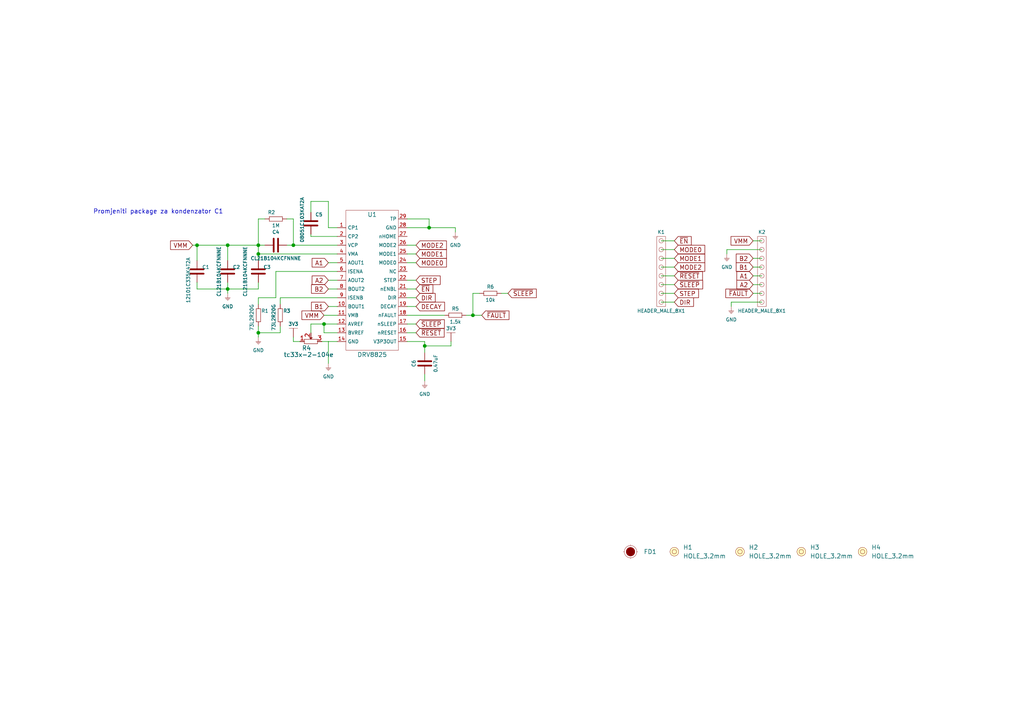
<source format=kicad_sch>
(kicad_sch (version 20210126) (generator eeschema)

  (paper "A4")

  (lib_symbols
    (symbol "e-radionica.com schematics:0603C" (pin_numbers hide) (pin_names (offset 0.002)) (in_bom yes) (on_board yes)
      (property "Reference" "C" (id 0) (at -0.635 3.175 0)
        (effects (font (size 1 1)))
      )
      (property "Value" "0603C" (id 1) (at 0 -3.175 0)
        (effects (font (size 1 1)))
      )
      (property "Footprint" "e-radionica.com footprinti:0603C" (id 2) (at 0 0 0)
        (effects (font (size 1 1)) hide)
      )
      (property "Datasheet" "" (id 3) (at 0 0 0)
        (effects (font (size 1 1)) hide)
      )
      (symbol "0603C_0_1"
        (polyline
          (pts
            (xy -0.635 1.905)
            (xy -0.635 -1.905)
          )
          (stroke (width 0.5)) (fill (type none))
        )
        (polyline
          (pts
            (xy 0.635 1.905)
            (xy 0.635 -1.905)
          )
          (stroke (width 0.5)) (fill (type none))
        )
      )
      (symbol "0603C_1_1"
        (pin passive line (at 3.175 0 180) (length 2.54)
          (name "~" (effects (font (size 1.27 1.27))))
          (number "2" (effects (font (size 1.27 1.27))))
        )
        (pin passive line (at -3.175 0 0) (length 2.54)
          (name "~" (effects (font (size 1.27 1.27))))
          (number "1" (effects (font (size 1.27 1.27))))
        )
      )
    )
    (symbol "e-radionica.com schematics:0603R" (pin_numbers hide) (pin_names (offset 0.254)) (in_bom yes) (on_board yes)
      (property "Reference" "R" (id 0) (at -1.905 1.905 0)
        (effects (font (size 1 1)))
      )
      (property "Value" "0603R" (id 1) (at 0 -1.905 0)
        (effects (font (size 1 1)))
      )
      (property "Footprint" "e-radionica.com footprinti:0603R" (id 2) (at -0.635 1.905 0)
        (effects (font (size 1 1)) hide)
      )
      (property "Datasheet" "" (id 3) (at -0.635 1.905 0)
        (effects (font (size 1 1)) hide)
      )
      (symbol "0603R_0_1"
        (rectangle (start -1.905 0.635) (end -1.8796 -0.635)
          (stroke (width 0.1)) (fill (type none))
        )
        (rectangle (start -1.905 0.635) (end 1.905 0.6096)
          (stroke (width 0.1)) (fill (type none))
        )
        (rectangle (start -1.905 -0.635) (end 1.905 -0.6604)
          (stroke (width 0.1)) (fill (type none))
        )
        (rectangle (start 1.905 0.635) (end 1.9304 -0.635)
          (stroke (width 0.1)) (fill (type none))
        )
      )
      (symbol "0603R_1_1"
        (pin passive line (at -3.175 0 0) (length 1.27)
          (name "~" (effects (font (size 1.27 1.27))))
          (number "1" (effects (font (size 1.27 1.27))))
        )
        (pin passive line (at 3.175 0 180) (length 1.27)
          (name "~" (effects (font (size 1.27 1.27))))
          (number "2" (effects (font (size 1.27 1.27))))
        )
      )
    )
    (symbol "e-radionica.com schematics:0805C" (pin_numbers hide) (in_bom yes) (on_board yes)
      (property "Reference" "C" (id 0) (at -0.635 3.175 0)
        (effects (font (size 1 1)))
      )
      (property "Value" "0805C" (id 1) (at 0 -3.175 0)
        (effects (font (size 1 1)))
      )
      (property "Footprint" "e-radionica.com footprinti:0805C" (id 2) (at 0 0 0)
        (effects (font (size 1 1)) hide)
      )
      (property "Datasheet" "" (id 3) (at 0 0 0)
        (effects (font (size 1 1)) hide)
      )
      (symbol "0805C_0_1"
        (polyline
          (pts
            (xy -0.635 1.905)
            (xy -0.635 -1.905)
          )
          (stroke (width 0.5)) (fill (type none))
        )
        (polyline
          (pts
            (xy 0.635 1.905)
            (xy 0.635 -1.905)
          )
          (stroke (width 0.5)) (fill (type none))
        )
      )
      (symbol "0805C_1_1"
        (pin passive line (at 3.175 0 180) (length 2.54)
          (name "~" (effects (font (size 1.27 1.27))))
          (number "2" (effects (font (size 1.27 1.27))))
        )
        (pin passive line (at -3.175 0 0) (length 2.54)
          (name "~" (effects (font (size 1.27 1.27))))
          (number "1" (effects (font (size 1.27 1.27))))
        )
      )
    )
    (symbol "e-radionica.com schematics:3V3" (power) (pin_names (offset 0)) (in_bom yes) (on_board yes)
      (property "Reference" "#PWR" (id 0) (at 4.445 0 0)
        (effects (font (size 1 1)) hide)
      )
      (property "Value" "3V3" (id 1) (at 0 3.556 0)
        (effects (font (size 1 1)))
      )
      (property "Footprint" "" (id 2) (at 4.445 3.81 0)
        (effects (font (size 1 1)) hide)
      )
      (property "Datasheet" "" (id 3) (at 4.445 3.81 0)
        (effects (font (size 1 1)) hide)
      )
      (property "ki_keywords" "power-flag" (id 4) (at 0 0 0)
        (effects (font (size 1.27 1.27)) hide)
      )
      (property "ki_description" "Power symbol creates a global label with name \"+3V3\"" (id 5) (at 0 0 0)
        (effects (font (size 1.27 1.27)) hide)
      )
      (symbol "3V3_0_1"
        (polyline
          (pts
            (xy 0 0)
            (xy 0 2.54)
          )
          (stroke (width 0)) (fill (type none))
        )
        (polyline
          (pts
            (xy -1.27 2.54)
            (xy 1.27 2.54)
          )
          (stroke (width 0.0006)) (fill (type none))
        )
      )
      (symbol "3V3_1_1"
        (pin power_in line (at 0 0 90) (length 0) hide
          (name "3V3" (effects (font (size 1.27 1.27))))
          (number "1" (effects (font (size 1.27 1.27))))
        )
      )
    )
    (symbol "e-radionica.com schematics:DRV8825" (in_bom yes) (on_board yes)
      (property "Reference" "U" (id 0) (at 0 22.86 0)
        (effects (font (size 1.27 1.27)))
      )
      (property "Value" "DRV8825" (id 1) (at 0 -20.32 0)
        (effects (font (size 1.27 1.27)))
      )
      (property "Footprint" "e-radionica.com footprinti:DRV8825" (id 2) (at 0 0 0)
        (effects (font (size 1.27 1.27)) hide)
      )
      (property "Datasheet" "" (id 3) (at -3.81 10.16 0)
        (effects (font (size 1.27 1.27)) hide)
      )
      (symbol "DRV8825_0_1"
        (rectangle (start -7.62 21.59) (end 7.62 -19.05)
          (stroke (width 0.0006)) (fill (type none))
        )
      )
      (symbol "DRV8825_1_1"
        (pin passive line (at -10.16 16.51 0) (length 2.54)
          (name "CP1" (effects (font (size 1 1))))
          (number "1" (effects (font (size 1 1))))
        )
        (pin passive line (at -10.16 13.97 0) (length 2.54)
          (name "CP2" (effects (font (size 1 1))))
          (number "2" (effects (font (size 1 1))))
        )
        (pin passive line (at -10.16 11.43 0) (length 2.54)
          (name "VCP" (effects (font (size 1 1))))
          (number "3" (effects (font (size 1 1))))
        )
        (pin passive line (at -10.16 8.89 0) (length 2.54)
          (name "VMA" (effects (font (size 1 1))))
          (number "4" (effects (font (size 1 1))))
        )
        (pin passive line (at -10.16 6.35 0) (length 2.54)
          (name "AOUT1" (effects (font (size 1 1))))
          (number "5" (effects (font (size 1 1))))
        )
        (pin passive line (at -10.16 3.81 0) (length 2.54)
          (name "ISENA" (effects (font (size 1 1))))
          (number "6" (effects (font (size 1 1))))
        )
        (pin passive line (at -10.16 1.27 0) (length 2.54)
          (name "AOUT2" (effects (font (size 1 1))))
          (number "7" (effects (font (size 1 1))))
        )
        (pin passive line (at -10.16 -1.27 0) (length 2.54)
          (name "BOUT2" (effects (font (size 1 1))))
          (number "8" (effects (font (size 1 1))))
        )
        (pin passive line (at -10.16 -3.81 0) (length 2.54)
          (name "ISENB" (effects (font (size 1 1))))
          (number "9" (effects (font (size 1 1))))
        )
        (pin passive line (at -10.16 -6.35 0) (length 2.54)
          (name "BOUT1" (effects (font (size 1 1))))
          (number "10" (effects (font (size 1 1))))
        )
        (pin passive line (at -10.16 -8.89 0) (length 2.54)
          (name "VMB" (effects (font (size 1 1))))
          (number "11" (effects (font (size 1 1))))
        )
        (pin passive line (at -10.16 -11.43 0) (length 2.54)
          (name "AVREF" (effects (font (size 1 1))))
          (number "12" (effects (font (size 1 1))))
        )
        (pin passive line (at -10.16 -16.51 0) (length 2.54)
          (name "GND" (effects (font (size 1 1))))
          (number "14" (effects (font (size 1 1))))
        )
        (pin passive line (at 10.16 -16.51 180) (length 2.54)
          (name "V3P3OUT" (effects (font (size 1 1))))
          (number "15" (effects (font (size 1 1))))
        )
        (pin passive line (at 10.16 -13.97 180) (length 2.54)
          (name "nRESET" (effects (font (size 1 1))))
          (number "16" (effects (font (size 1 1))))
        )
        (pin passive line (at 10.16 -11.43 180) (length 2.54)
          (name "nSLEEP" (effects (font (size 1 1))))
          (number "17" (effects (font (size 1 1))))
        )
        (pin passive line (at 10.16 -8.89 180) (length 2.54)
          (name "nFAULT" (effects (font (size 1 1))))
          (number "18" (effects (font (size 1 1))))
        )
        (pin passive line (at 10.16 -6.35 180) (length 2.54)
          (name "DECAY" (effects (font (size 1 1))))
          (number "19" (effects (font (size 1 1))))
        )
        (pin passive line (at 10.16 -3.81 180) (length 2.54)
          (name "DIR" (effects (font (size 1 1))))
          (number "20" (effects (font (size 1 1))))
        )
        (pin passive line (at 10.16 -1.27 180) (length 2.54)
          (name "nENBL" (effects (font (size 1 1))))
          (number "21" (effects (font (size 1 1))))
        )
        (pin passive line (at 10.16 1.27 180) (length 2.54)
          (name "STEP" (effects (font (size 1 1))))
          (number "22" (effects (font (size 1 1))))
        )
        (pin passive line (at 10.16 3.81 180) (length 2.54)
          (name "NC" (effects (font (size 1 1))))
          (number "23" (effects (font (size 1 1))))
        )
        (pin passive line (at 10.16 6.35 180) (length 2.54)
          (name "MODE0" (effects (font (size 1 1))))
          (number "24" (effects (font (size 1 1))))
        )
        (pin passive line (at 10.16 8.89 180) (length 2.54)
          (name "MODE1" (effects (font (size 1 1))))
          (number "25" (effects (font (size 1 1))))
        )
        (pin passive line (at 10.16 11.43 180) (length 2.54)
          (name "MODE2" (effects (font (size 1 1))))
          (number "26" (effects (font (size 1 1))))
        )
        (pin passive line (at 10.16 13.97 180) (length 2.54)
          (name "nHOME" (effects (font (size 1 1))))
          (number "27" (effects (font (size 1 1))))
        )
        (pin passive line (at -10.16 -13.97 0) (length 2.54)
          (name "BVREF" (effects (font (size 1 1))))
          (number "13" (effects (font (size 1 1))))
        )
        (pin passive line (at 10.16 16.51 180) (length 2.54)
          (name "GND" (effects (font (size 1 1))))
          (number "28" (effects (font (size 1 1))))
        )
        (pin passive line (at 10.16 19.05 180) (length 2.54)
          (name "TP" (effects (font (size 1 1))))
          (number "29" (effects (font (size 1 1))))
        )
      )
    )
    (symbol "e-radionica.com schematics:Fiducial_Stencil" (pin_numbers hide) (pin_names hide) (in_bom yes) (on_board yes)
      (property "Reference" "FD?" (id 0) (at 0 3.048 0)
        (effects (font (size 1.27 1.27)))
      )
      (property "Value" "Fiducial_Stencil" (id 1) (at 0 -2.794 0)
        (effects (font (size 1.27 1.27)) hide)
      )
      (property "Footprint" "e-radionica.com footprinti:FIDUCIAL_1MM_PASTE" (id 2) (at 0 -6.35 0)
        (effects (font (size 1.27 1.27)) hide)
      )
      (property "Datasheet" "" (id 3) (at 0 0 0)
        (effects (font (size 1.27 1.27)) hide)
      )
      (symbol "Fiducial_Stencil_0_1"
        (circle (center 0 0) (radius 1.7961) (stroke (width 0.0006)) (fill (type none)))
        (circle (center 0 0) (radius 1.27) (stroke (width 0.001)) (fill (type outline)))
        (polyline
          (pts
            (xy 1.778 0)
            (xy 2.032 0)
          )
          (stroke (width 0.0006)) (fill (type none))
        )
        (polyline
          (pts
            (xy 0 1.778)
            (xy 0 2.032)
          )
          (stroke (width 0.0006)) (fill (type none))
        )
        (polyline
          (pts
            (xy -1.778 0)
            (xy -2.032 0)
          )
          (stroke (width 0.0006)) (fill (type none))
        )
        (polyline
          (pts
            (xy 0 -1.778)
            (xy 0 -2.032)
          )
          (stroke (width 0.0006)) (fill (type none))
        )
      )
    )
    (symbol "e-radionica.com schematics:GND" (power) (pin_names (offset 0)) (in_bom yes) (on_board yes)
      (property "Reference" "#PWR" (id 0) (at 4.445 0 0)
        (effects (font (size 1 1)) hide)
      )
      (property "Value" "GND" (id 1) (at 0 -2.921 0)
        (effects (font (size 1 1)))
      )
      (property "Footprint" "" (id 2) (at 4.445 3.81 0)
        (effects (font (size 1 1)) hide)
      )
      (property "Datasheet" "" (id 3) (at 4.445 3.81 0)
        (effects (font (size 1 1)) hide)
      )
      (property "ki_keywords" "power-flag" (id 4) (at 0 0 0)
        (effects (font (size 1.27 1.27)) hide)
      )
      (property "ki_description" "Power symbol creates a global label with name \"+3V3\"" (id 5) (at 0 0 0)
        (effects (font (size 1.27 1.27)) hide)
      )
      (symbol "GND_0_1"
        (polyline
          (pts
            (xy 0 0)
            (xy 0 -1.27)
          )
          (stroke (width 0.0006)) (fill (type none))
        )
        (polyline
          (pts
            (xy -0.762 -1.27)
            (xy 0.762 -1.27)
          )
          (stroke (width 0.0006)) (fill (type none))
        )
        (polyline
          (pts
            (xy -0.381 -1.778)
            (xy 0.381 -1.778)
          )
          (stroke (width 0.0006)) (fill (type none))
        )
        (polyline
          (pts
            (xy -0.127 -2.032)
            (xy 0.127 -2.032)
          )
          (stroke (width 0.0006)) (fill (type none))
        )
        (polyline
          (pts
            (xy -0.635 -1.524)
            (xy 0.635 -1.524)
          )
          (stroke (width 0.0006)) (fill (type none))
        )
      )
      (symbol "GND_1_1"
        (pin power_in line (at 0 0 270) (length 0) hide
          (name "GND" (effects (font (size 1.27 1.27))))
          (number "1" (effects (font (size 1.27 1.27))))
        )
      )
    )
    (symbol "e-radionica.com schematics:HEADER_MALE_8X1" (pin_numbers hide) (pin_names hide) (in_bom yes) (on_board yes)
      (property "Reference" "K" (id 0) (at -0.635 12.7 0)
        (effects (font (size 1 1)))
      )
      (property "Value" "HEADER_MALE_8X1" (id 1) (at 0.635 -10.16 0)
        (effects (font (size 1 1)))
      )
      (property "Footprint" "e-radionica.com footprinti:HEADER_MALE_8X1" (id 2) (at 0 0 0)
        (effects (font (size 1 1)) hide)
      )
      (property "Datasheet" "" (id 3) (at 0 0 0)
        (effects (font (size 1 1)) hide)
      )
      (symbol "HEADER_MALE_8X1_0_1"
        (circle (center 0 -7.62) (radius 0.635) (stroke (width 0.0006)) (fill (type none)))
        (circle (center 0 -5.08) (radius 0.635) (stroke (width 0.0006)) (fill (type none)))
        (circle (center 0 -2.54) (radius 0.635) (stroke (width 0.0006)) (fill (type none)))
        (circle (center 0 0) (radius 0.635) (stroke (width 0.0006)) (fill (type none)))
        (circle (center 0 2.54) (radius 0.635) (stroke (width 0.0006)) (fill (type none)))
        (circle (center 0 5.08) (radius 0.635) (stroke (width 0.0006)) (fill (type none)))
        (circle (center 0 7.62) (radius 0.635) (stroke (width 0.0006)) (fill (type none)))
        (circle (center 0 10.16) (radius 0.635) (stroke (width 0.0006)) (fill (type none)))
        (rectangle (start 1.27 -8.89) (end -1.27 11.43)
          (stroke (width 0.0006)) (fill (type none))
        )
      )
      (symbol "HEADER_MALE_8X1_1_1"
        (pin passive line (at 0 -7.62 180) (length 0)
          (name "~" (effects (font (size 0.991 0.991))))
          (number "1" (effects (font (size 0.991 0.991))))
        )
        (pin passive line (at 0 -5.08 180) (length 0)
          (name "~" (effects (font (size 0.991 0.991))))
          (number "2" (effects (font (size 0.991 0.991))))
        )
        (pin passive line (at 0 -2.54 180) (length 0)
          (name "~" (effects (font (size 0.991 0.991))))
          (number "3" (effects (font (size 0.991 0.991))))
        )
        (pin passive line (at 0 0 180) (length 0)
          (name "~" (effects (font (size 0.991 0.991))))
          (number "4" (effects (font (size 0.991 0.991))))
        )
        (pin passive line (at 0 2.54 180) (length 0)
          (name "~" (effects (font (size 0.991 0.991))))
          (number "5" (effects (font (size 0.991 0.991))))
        )
        (pin passive line (at 0 5.08 180) (length 0)
          (name "~" (effects (font (size 0.991 0.991))))
          (number "6" (effects (font (size 0.991 0.991))))
        )
        (pin passive line (at 0 7.62 180) (length 0)
          (name "~" (effects (font (size 0.991 0.991))))
          (number "7" (effects (font (size 0.991 0.991))))
        )
        (pin passive line (at 0 10.16 180) (length 0)
          (name "~" (effects (font (size 0.991 0.991))))
          (number "8" (effects (font (size 0.991 0.991))))
        )
      )
    )
    (symbol "e-radionica.com schematics:HOLE_3.2mm" (pin_numbers hide) (pin_names hide) (in_bom yes) (on_board yes)
      (property "Reference" "H" (id 0) (at 0 2.54 0)
        (effects (font (size 1.27 1.27)))
      )
      (property "Value" "HOLE_3.2mm" (id 1) (at 0 -2.54 0)
        (effects (font (size 1.27 1.27)))
      )
      (property "Footprint" "e-radionica.com footprinti:HOLE_3.2mm" (id 2) (at 0 0 0)
        (effects (font (size 1.27 1.27)) hide)
      )
      (property "Datasheet" "" (id 3) (at 0 0 0)
        (effects (font (size 1.27 1.27)) hide)
      )
      (symbol "HOLE_3.2mm_0_1"
        (circle (center 0 0) (radius 1.27) (stroke (width 0.001)) (fill (type background)))
        (circle (center 0 0) (radius 0.635) (stroke (width 0.0006)) (fill (type none)))
      )
    )
    (symbol "e-radionica.com schematics:tc33x-2-103e" (in_bom yes) (on_board yes)
      (property "Reference" "R" (id 0) (at -1.778 3.302 0)
        (effects (font (size 1.27 1.27)))
      )
      (property "Value" "tc33x-2-103e" (id 1) (at 0 -2.54 0)
        (effects (font (size 1.27 1.27)))
      )
      (property "Footprint" "e-radionica.com footprinti:tc33x-2-103e" (id 2) (at 0 -5.08 0)
        (effects (font (size 1.27 1.27)) hide)
      )
      (property "Datasheet" "" (id 3) (at -0.0508 -0.0508 0)
        (effects (font (size 1.27 1.27)) hide)
      )
      (symbol "tc33x-2-103e_0_1"
        (rectangle (start -1.905 0.635) (end -1.8796 -0.635)
          (stroke (width 0.1)) (fill (type none))
        )
        (rectangle (start -1.905 0.635) (end 1.905 0.6096)
          (stroke (width 0.1)) (fill (type none))
        )
        (rectangle (start -1.905 -0.635) (end 1.905 -0.6604)
          (stroke (width 0.1)) (fill (type none))
        )
        (rectangle (start 1.905 0.635) (end 1.9304 -0.635)
          (stroke (width 0.1)) (fill (type none))
        )
        (polyline
          (pts
            (xy -0.4318 1.1684)
            (xy 0.4826 1.1684)
            (xy 0 0.635)
            (xy -0.4064 1.0922)
            (xy -0.4826 1.1684)
            (xy 0 0.7874)
            (xy 0.3048 1.1176)
            (xy -0.254 1.0668)
            (xy 0.0254 0.8636)
            (xy 0.0762 1.0414)
            (xy -0.0254 0.9652)
          )
          (stroke (width 0.0006)) (fill (type none))
        )
      )
      (symbol "tc33x-2-103e_1_1"
        (pin passive line (at -3.175 0 0) (length 1.27)
          (name "~" (effects (font (size 1.27 1.27))))
          (number "1" (effects (font (size 1.27 1.27))))
        )
        (pin passive line (at 3.175 0.0002 180) (length 1.27)
          (name "~" (effects (font (size 1.27 1.27))))
          (number "3" (effects (font (size 1.27 1.27))))
        )
        (pin passive line (at 0 2.4892 270) (length 1.27)
          (name "" (effects (font (size 1.27 1.27))))
          (number "2" (effects (font (size 1.27 1.27))))
        )
      )
    )
  )

  (junction (at 57.15 71.12) (diameter 0.9144) (color 0 0 0 0))
  (junction (at 66.04 71.12) (diameter 0.9144) (color 0 0 0 0))
  (junction (at 66.04 83.82) (diameter 0.9144) (color 0 0 0 0))
  (junction (at 74.93 71.12) (diameter 0.9144) (color 0 0 0 0))
  (junction (at 74.93 73.66) (diameter 0.9144) (color 0 0 0 0))
  (junction (at 74.93 96.52) (diameter 0.9144) (color 0 0 0 0))
  (junction (at 85.09 71.12) (diameter 0.9144) (color 0 0 0 0))
  (junction (at 93.98 93.98) (diameter 0.9144) (color 0 0 0 0))
  (junction (at 123.19 100.33) (diameter 0.9144) (color 0 0 0 0))
  (junction (at 124.46 66.04) (diameter 0.9144) (color 0 0 0 0))
  (junction (at 137.16 91.44) (diameter 0.9144) (color 0 0 0 0))

  (wire (pts (xy 55.88 71.12) (xy 57.15 71.12))
    (stroke (width 0) (type solid) (color 0 0 0 0))
    (uuid 8cdcfe1c-6020-4c59-8c8d-eac3ea28ef1a)
  )
  (wire (pts (xy 57.15 71.12) (xy 66.04 71.12))
    (stroke (width 0) (type solid) (color 0 0 0 0))
    (uuid da578e04-d9bc-44e6-9e7e-b01ae2cedc5a)
  )
  (wire (pts (xy 57.15 75.565) (xy 57.15 71.12))
    (stroke (width 0) (type solid) (color 0 0 0 0))
    (uuid da578e04-d9bc-44e6-9e7e-b01ae2cedc5a)
  )
  (wire (pts (xy 57.15 83.82) (xy 57.15 81.915))
    (stroke (width 0) (type solid) (color 0 0 0 0))
    (uuid 7de80846-718f-449f-b69f-bf14fc7313ae)
  )
  (wire (pts (xy 57.15 83.82) (xy 66.04 83.82))
    (stroke (width 0) (type solid) (color 0 0 0 0))
    (uuid 96d0a81d-1796-48e6-88e9-296eabc22933)
  )
  (wire (pts (xy 66.04 71.12) (xy 74.93 71.12))
    (stroke (width 0) (type solid) (color 0 0 0 0))
    (uuid 76d3362c-5426-4c5c-917c-b376c97e183f)
  )
  (wire (pts (xy 66.04 75.565) (xy 66.04 71.12))
    (stroke (width 0) (type solid) (color 0 0 0 0))
    (uuid 76d3362c-5426-4c5c-917c-b376c97e183f)
  )
  (wire (pts (xy 66.04 81.915) (xy 66.04 83.82))
    (stroke (width 0) (type solid) (color 0 0 0 0))
    (uuid 71749ab7-fc03-4197-abb9-5e085f116957)
  )
  (wire (pts (xy 66.04 83.82) (xy 66.04 85.09))
    (stroke (width 0) (type solid) (color 0 0 0 0))
    (uuid 71749ab7-fc03-4197-abb9-5e085f116957)
  )
  (wire (pts (xy 66.04 83.82) (xy 74.93 83.82))
    (stroke (width 0) (type solid) (color 0 0 0 0))
    (uuid b011456c-413c-4085-945f-4a3c80958103)
  )
  (wire (pts (xy 74.93 63.5) (xy 74.93 71.12))
    (stroke (width 0) (type solid) (color 0 0 0 0))
    (uuid c7c73c06-76cd-4f7d-8ad5-5a19b387d460)
  )
  (wire (pts (xy 74.93 71.12) (xy 76.835 71.12))
    (stroke (width 0) (type solid) (color 0 0 0 0))
    (uuid c7c73c06-76cd-4f7d-8ad5-5a19b387d460)
  )
  (wire (pts (xy 74.93 73.66) (xy 74.93 71.12))
    (stroke (width 0) (type solid) (color 0 0 0 0))
    (uuid 4f7ed8a3-b3ad-4cd6-9449-dbc757e0082b)
  )
  (wire (pts (xy 74.93 73.66) (xy 74.93 75.565))
    (stroke (width 0) (type solid) (color 0 0 0 0))
    (uuid 5db460f0-e478-47f7-b295-b9ebb98dfad0)
  )
  (wire (pts (xy 74.93 81.915) (xy 74.93 83.82))
    (stroke (width 0) (type solid) (color 0 0 0 0))
    (uuid 7de80846-718f-449f-b69f-bf14fc7313ae)
  )
  (wire (pts (xy 74.93 86.36) (xy 74.93 88.265))
    (stroke (width 0) (type solid) (color 0 0 0 0))
    (uuid 98291e7a-bcea-43d8-b006-df597e6e7c5c)
  )
  (wire (pts (xy 74.93 94.615) (xy 74.93 96.52))
    (stroke (width 0) (type solid) (color 0 0 0 0))
    (uuid ca2875e2-83e6-41fd-aff7-1114594c4ba7)
  )
  (wire (pts (xy 74.93 96.52) (xy 74.93 97.79))
    (stroke (width 0) (type solid) (color 0 0 0 0))
    (uuid 3b170926-5d16-45bd-84a6-28447394efa5)
  )
  (wire (pts (xy 74.93 96.52) (xy 81.28 96.52))
    (stroke (width 0) (type solid) (color 0 0 0 0))
    (uuid 54d63a0d-3378-4507-ae93-66a950d040dc)
  )
  (wire (pts (xy 76.835 63.5) (xy 74.93 63.5))
    (stroke (width 0) (type solid) (color 0 0 0 0))
    (uuid c7c73c06-76cd-4f7d-8ad5-5a19b387d460)
  )
  (wire (pts (xy 80.01 78.74) (xy 80.01 86.36))
    (stroke (width 0) (type solid) (color 0 0 0 0))
    (uuid 98291e7a-bcea-43d8-b006-df597e6e7c5c)
  )
  (wire (pts (xy 80.01 86.36) (xy 74.93 86.36))
    (stroke (width 0) (type solid) (color 0 0 0 0))
    (uuid 98291e7a-bcea-43d8-b006-df597e6e7c5c)
  )
  (wire (pts (xy 81.28 86.36) (xy 97.79 86.36))
    (stroke (width 0) (type solid) (color 0 0 0 0))
    (uuid c7549db1-e8ef-4920-b69d-e70142e350b0)
  )
  (wire (pts (xy 81.28 88.265) (xy 81.28 86.36))
    (stroke (width 0) (type solid) (color 0 0 0 0))
    (uuid c7549db1-e8ef-4920-b69d-e70142e350b0)
  )
  (wire (pts (xy 81.28 94.615) (xy 81.28 96.52))
    (stroke (width 0) (type solid) (color 0 0 0 0))
    (uuid 74697d55-1504-4993-8e8b-ff84f75092dc)
  )
  (wire (pts (xy 83.185 63.5) (xy 85.09 63.5))
    (stroke (width 0) (type solid) (color 0 0 0 0))
    (uuid 70315697-44e0-4f20-a5b2-42acc534e39b)
  )
  (wire (pts (xy 83.185 71.12) (xy 85.09 71.12))
    (stroke (width 0) (type solid) (color 0 0 0 0))
    (uuid 57f0c76b-d43a-4a24-b20f-439b926c6ba3)
  )
  (wire (pts (xy 85.09 71.12) (xy 85.09 63.5))
    (stroke (width 0) (type solid) (color 0 0 0 0))
    (uuid 70315697-44e0-4f20-a5b2-42acc534e39b)
  )
  (wire (pts (xy 85.09 99.06) (xy 85.09 97.79))
    (stroke (width 0) (type solid) (color 0 0 0 0))
    (uuid e31d2f88-6936-49fe-89a5-c6621052ca11)
  )
  (wire (pts (xy 86.995 99.06) (xy 85.09 99.06))
    (stroke (width 0) (type solid) (color 0 0 0 0))
    (uuid e31d2f88-6936-49fe-89a5-c6621052ca11)
  )
  (wire (pts (xy 90.17 58.42) (xy 90.17 61.595))
    (stroke (width 0) (type solid) (color 0 0 0 0))
    (uuid 7d636d84-c795-4361-8a57-8e16e98443a5)
  )
  (wire (pts (xy 90.17 68.58) (xy 90.17 67.945))
    (stroke (width 0) (type solid) (color 0 0 0 0))
    (uuid 478fa2e6-919f-49b3-a8ae-55eaf64762a7)
  )
  (wire (pts (xy 90.17 93.98) (xy 90.17 96.5708))
    (stroke (width 0) (type solid) (color 0 0 0 0))
    (uuid 78e84750-9b67-4784-8f17-b14f84cb722e)
  )
  (wire (pts (xy 93.345 99.0598) (xy 95.25 99.0598))
    (stroke (width 0) (type solid) (color 0 0 0 0))
    (uuid 585b8a2d-9506-47a5-b852-011d90704161)
  )
  (wire (pts (xy 93.98 91.44) (xy 97.79 91.44))
    (stroke (width 0) (type solid) (color 0 0 0 0))
    (uuid 8df62e3d-77ff-43a5-8aae-64863e356776)
  )
  (wire (pts (xy 93.98 93.98) (xy 90.17 93.98))
    (stroke (width 0) (type solid) (color 0 0 0 0))
    (uuid 78e84750-9b67-4784-8f17-b14f84cb722e)
  )
  (wire (pts (xy 93.98 93.98) (xy 97.79 93.98))
    (stroke (width 0) (type solid) (color 0 0 0 0))
    (uuid 4029c444-48c1-4bef-b91b-b061255a73ed)
  )
  (wire (pts (xy 93.98 96.52) (xy 93.98 93.98))
    (stroke (width 0) (type solid) (color 0 0 0 0))
    (uuid 78e84750-9b67-4784-8f17-b14f84cb722e)
  )
  (wire (pts (xy 95.25 58.42) (xy 90.17 58.42))
    (stroke (width 0) (type solid) (color 0 0 0 0))
    (uuid 7d636d84-c795-4361-8a57-8e16e98443a5)
  )
  (wire (pts (xy 95.25 66.04) (xy 95.25 58.42))
    (stroke (width 0) (type solid) (color 0 0 0 0))
    (uuid 7d636d84-c795-4361-8a57-8e16e98443a5)
  )
  (wire (pts (xy 95.25 76.2) (xy 97.79 76.2))
    (stroke (width 0) (type solid) (color 0 0 0 0))
    (uuid 30f4baac-9a18-465f-bba8-7dfb27738250)
  )
  (wire (pts (xy 95.25 81.28) (xy 97.79 81.28))
    (stroke (width 0) (type solid) (color 0 0 0 0))
    (uuid c41ed6e1-4054-4f38-88a2-6067c42f00c3)
  )
  (wire (pts (xy 95.25 83.82) (xy 97.79 83.82))
    (stroke (width 0) (type solid) (color 0 0 0 0))
    (uuid 75938c5d-6f5b-4a42-affa-41679882c2fb)
  )
  (wire (pts (xy 95.25 88.9) (xy 97.79 88.9))
    (stroke (width 0) (type solid) (color 0 0 0 0))
    (uuid 3124538d-e323-408f-9226-962d183ba90b)
  )
  (wire (pts (xy 95.25 99.06) (xy 95.25 105.41))
    (stroke (width 0) (type solid) (color 0 0 0 0))
    (uuid 775bc3bf-af03-4b1b-b37d-f8e28c41269a)
  )
  (wire (pts (xy 97.79 66.04) (xy 95.25 66.04))
    (stroke (width 0) (type solid) (color 0 0 0 0))
    (uuid 7d636d84-c795-4361-8a57-8e16e98443a5)
  )
  (wire (pts (xy 97.79 68.58) (xy 90.17 68.58))
    (stroke (width 0) (type solid) (color 0 0 0 0))
    (uuid 478fa2e6-919f-49b3-a8ae-55eaf64762a7)
  )
  (wire (pts (xy 97.79 71.12) (xy 85.09 71.12))
    (stroke (width 0) (type solid) (color 0 0 0 0))
    (uuid 70315697-44e0-4f20-a5b2-42acc534e39b)
  )
  (wire (pts (xy 97.79 73.66) (xy 74.93 73.66))
    (stroke (width 0) (type solid) (color 0 0 0 0))
    (uuid 4f7ed8a3-b3ad-4cd6-9449-dbc757e0082b)
  )
  (wire (pts (xy 97.79 78.74) (xy 80.01 78.74))
    (stroke (width 0) (type solid) (color 0 0 0 0))
    (uuid 98291e7a-bcea-43d8-b006-df597e6e7c5c)
  )
  (wire (pts (xy 97.79 96.52) (xy 93.98 96.52))
    (stroke (width 0) (type solid) (color 0 0 0 0))
    (uuid 78e84750-9b67-4784-8f17-b14f84cb722e)
  )
  (wire (pts (xy 97.79 99.06) (xy 95.25 99.06))
    (stroke (width 0) (type solid) (color 0 0 0 0))
    (uuid 775bc3bf-af03-4b1b-b37d-f8e28c41269a)
  )
  (wire (pts (xy 118.11 63.5) (xy 124.46 63.5))
    (stroke (width 0) (type solid) (color 0 0 0 0))
    (uuid a2775135-136b-4e4f-8f39-f0b6eb264390)
  )
  (wire (pts (xy 118.11 66.04) (xy 124.46 66.04))
    (stroke (width 0) (type solid) (color 0 0 0 0))
    (uuid c9c6e6ab-3e98-4e29-808a-0475c65814c7)
  )
  (wire (pts (xy 118.11 71.12) (xy 120.65 71.12))
    (stroke (width 0) (type solid) (color 0 0 0 0))
    (uuid 85b15769-049d-47f7-b717-b9e9e5ce5570)
  )
  (wire (pts (xy 118.11 73.66) (xy 120.65 73.66))
    (stroke (width 0) (type solid) (color 0 0 0 0))
    (uuid 29f0376d-b2a9-4f8c-8a73-6c4d1e927b17)
  )
  (wire (pts (xy 118.11 76.2) (xy 120.65 76.2))
    (stroke (width 0) (type solid) (color 0 0 0 0))
    (uuid 0e78ed41-caa0-4e2c-afa5-61f8c0d489f9)
  )
  (wire (pts (xy 118.11 81.28) (xy 120.65 81.28))
    (stroke (width 0) (type solid) (color 0 0 0 0))
    (uuid b69d2cfb-c7e9-4159-93e3-3332149c3c9e)
  )
  (wire (pts (xy 118.11 83.82) (xy 120.65 83.82))
    (stroke (width 0) (type solid) (color 0 0 0 0))
    (uuid 53d1c100-3579-4659-b67f-d91586100d36)
  )
  (wire (pts (xy 118.11 86.36) (xy 120.65 86.36))
    (stroke (width 0) (type solid) (color 0 0 0 0))
    (uuid 2b344dbb-c7d3-433e-8205-8b7e74e400e0)
  )
  (wire (pts (xy 118.11 88.9) (xy 120.65 88.9))
    (stroke (width 0) (type solid) (color 0 0 0 0))
    (uuid 2648eaa7-46fd-4b4c-888d-ad51dd6f06bc)
  )
  (wire (pts (xy 118.11 91.44) (xy 128.905 91.44))
    (stroke (width 0) (type solid) (color 0 0 0 0))
    (uuid 54132ddc-b66d-42d1-85c9-3dd16e1efcff)
  )
  (wire (pts (xy 118.11 93.98) (xy 120.65 93.98))
    (stroke (width 0) (type solid) (color 0 0 0 0))
    (uuid 17942fd3-f9b4-43b4-91a6-8e33fe4b28d3)
  )
  (wire (pts (xy 118.11 96.52) (xy 120.65 96.52))
    (stroke (width 0) (type solid) (color 0 0 0 0))
    (uuid d83ce08c-cd4f-40b5-b9ec-04dcc2690ccc)
  )
  (wire (pts (xy 118.11 99.06) (xy 123.19 99.06))
    (stroke (width 0) (type solid) (color 0 0 0 0))
    (uuid f6d2dd2a-aadb-4a6c-9ffd-e52d1745d2ad)
  )
  (wire (pts (xy 123.19 99.06) (xy 123.19 100.33))
    (stroke (width 0) (type solid) (color 0 0 0 0))
    (uuid 83a5245e-6bbe-4ffc-93c7-9394ee7d6187)
  )
  (wire (pts (xy 123.19 100.33) (xy 123.19 102.235))
    (stroke (width 0) (type solid) (color 0 0 0 0))
    (uuid 75bdf7f5-5904-49ba-b274-d4cbb8aee05e)
  )
  (wire (pts (xy 123.19 108.585) (xy 123.19 110.49))
    (stroke (width 0) (type solid) (color 0 0 0 0))
    (uuid 2c278c9e-eafd-45c7-8b37-f689c8bbfdd6)
  )
  (wire (pts (xy 124.46 63.5) (xy 124.46 66.04))
    (stroke (width 0) (type solid) (color 0 0 0 0))
    (uuid a2775135-136b-4e4f-8f39-f0b6eb264390)
  )
  (wire (pts (xy 124.46 66.04) (xy 132.08 66.04))
    (stroke (width 0) (type solid) (color 0 0 0 0))
    (uuid c9c6e6ab-3e98-4e29-808a-0475c65814c7)
  )
  (wire (pts (xy 130.81 99.06) (xy 130.81 100.33))
    (stroke (width 0) (type solid) (color 0 0 0 0))
    (uuid 75bdf7f5-5904-49ba-b274-d4cbb8aee05e)
  )
  (wire (pts (xy 130.81 100.33) (xy 123.19 100.33))
    (stroke (width 0) (type solid) (color 0 0 0 0))
    (uuid 75bdf7f5-5904-49ba-b274-d4cbb8aee05e)
  )
  (wire (pts (xy 132.08 66.04) (xy 132.08 67.31))
    (stroke (width 0) (type solid) (color 0 0 0 0))
    (uuid c9c6e6ab-3e98-4e29-808a-0475c65814c7)
  )
  (wire (pts (xy 135.255 91.44) (xy 137.16 91.44))
    (stroke (width 0) (type solid) (color 0 0 0 0))
    (uuid 8be44ecc-b50b-4704-8daa-adfcd7576374)
  )
  (wire (pts (xy 137.16 85.09) (xy 137.16 91.44))
    (stroke (width 0) (type solid) (color 0 0 0 0))
    (uuid 2a9e4ad9-7a03-48e3-9743-4894db178c0e)
  )
  (wire (pts (xy 137.16 91.44) (xy 139.7 91.44))
    (stroke (width 0) (type solid) (color 0 0 0 0))
    (uuid 15b3e5ff-3c0b-4e75-8433-31002cdcb3c4)
  )
  (wire (pts (xy 139.065 85.09) (xy 137.16 85.09))
    (stroke (width 0) (type solid) (color 0 0 0 0))
    (uuid 2a9e4ad9-7a03-48e3-9743-4894db178c0e)
  )
  (wire (pts (xy 145.415 85.09) (xy 147.32 85.09))
    (stroke (width 0) (type solid) (color 0 0 0 0))
    (uuid c6a3d4d4-8d0d-4156-ac40-624328a8e323)
  )
  (wire (pts (xy 191.77 69.85) (xy 195.58 69.85))
    (stroke (width 0) (type solid) (color 0 0 0 0))
    (uuid e0df8ff4-8eec-45af-b0fd-abfdda2c26e7)
  )
  (wire (pts (xy 191.77 72.39) (xy 195.58 72.39))
    (stroke (width 0) (type solid) (color 0 0 0 0))
    (uuid b58fa097-ed1c-4a5f-9251-e01aa0a08d98)
  )
  (wire (pts (xy 191.77 74.93) (xy 195.58 74.93))
    (stroke (width 0) (type solid) (color 0 0 0 0))
    (uuid 105819fc-5e0f-445c-b1c5-6a455b989ec9)
  )
  (wire (pts (xy 191.77 77.47) (xy 195.58 77.47))
    (stroke (width 0) (type solid) (color 0 0 0 0))
    (uuid d7996e7b-febf-46f8-9d91-6c90ae1ff2ad)
  )
  (wire (pts (xy 191.77 80.01) (xy 195.58 80.01))
    (stroke (width 0) (type solid) (color 0 0 0 0))
    (uuid 745dab6b-89c5-49f8-902f-c9bca0a502a6)
  )
  (wire (pts (xy 191.77 82.55) (xy 195.58 82.55))
    (stroke (width 0) (type solid) (color 0 0 0 0))
    (uuid f593a73e-e63a-490e-a2b5-f3ca795dab3b)
  )
  (wire (pts (xy 191.77 85.09) (xy 195.58 85.09))
    (stroke (width 0) (type solid) (color 0 0 0 0))
    (uuid 94bb01d8-e73c-4a17-86e5-cabffd84e2b5)
  )
  (wire (pts (xy 191.77 87.63) (xy 195.58 87.63))
    (stroke (width 0) (type solid) (color 0 0 0 0))
    (uuid 20879635-5d70-4a11-b736-84e20a0ca62b)
  )
  (wire (pts (xy 210.82 72.39) (xy 210.82 73.66))
    (stroke (width 0) (type solid) (color 0 0 0 0))
    (uuid f7a1f53c-aa7a-4f08-8c16-eddb8c882ccd)
  )
  (wire (pts (xy 212.09 87.63) (xy 212.09 88.9))
    (stroke (width 0) (type solid) (color 0 0 0 0))
    (uuid 23e8301b-4c2d-4f66-ab07-a2395c71e541)
  )
  (wire (pts (xy 218.44 69.85) (xy 220.98 69.85))
    (stroke (width 0) (type solid) (color 0 0 0 0))
    (uuid 5254c367-3565-471d-9582-b80c93e2c6f3)
  )
  (wire (pts (xy 218.44 74.93) (xy 220.98 74.93))
    (stroke (width 0) (type solid) (color 0 0 0 0))
    (uuid b943a24d-544d-4d0e-b651-d4c57acd888b)
  )
  (wire (pts (xy 218.44 77.47) (xy 220.98 77.47))
    (stroke (width 0) (type solid) (color 0 0 0 0))
    (uuid a2e85f8d-f720-4789-b9c6-b9537d0a1230)
  )
  (wire (pts (xy 218.44 80.01) (xy 220.98 80.01))
    (stroke (width 0) (type solid) (color 0 0 0 0))
    (uuid cc43cddb-4120-43db-a7c6-b7e1bcd0043d)
  )
  (wire (pts (xy 218.44 82.55) (xy 220.98 82.55))
    (stroke (width 0) (type solid) (color 0 0 0 0))
    (uuid 11faa159-ae99-4a34-a01c-032d52f0ef7e)
  )
  (wire (pts (xy 218.44 85.09) (xy 220.98 85.09))
    (stroke (width 0) (type solid) (color 0 0 0 0))
    (uuid 7f940bf5-891b-4cc4-ad4a-a5e0172014da)
  )
  (wire (pts (xy 220.98 72.39) (xy 210.82 72.39))
    (stroke (width 0) (type solid) (color 0 0 0 0))
    (uuid f7a1f53c-aa7a-4f08-8c16-eddb8c882ccd)
  )
  (wire (pts (xy 220.98 87.63) (xy 212.09 87.63))
    (stroke (width 0) (type solid) (color 0 0 0 0))
    (uuid 23e8301b-4c2d-4f66-ab07-a2395c71e541)
  )

  (text "Promjeniti package za kondenzator C1" (at 64.77 62.23 180)
    (effects (font (size 1.27 1.27)) (justify right bottom))
    (uuid 459bcd63-666a-43cf-a803-0f7e5f057987)
  )

  (global_label "VMM" (shape input) (at 55.88 71.12 180)
    (effects (font (size 1.27 1.27)) (justify right))
    (uuid c77b829a-aeaa-4c85-b09d-de660f01cea5)
    (property "Intersheet References" "${INTERSHEET_REFS}" (id 0) (at 47.9515 71.0406 0)
      (effects (font (size 1.27 1.27)) (justify right) hide)
    )
  )
  (global_label "VMM" (shape input) (at 93.98 91.44 180)
    (effects (font (size 1.27 1.27)) (justify right))
    (uuid f320773b-189f-4cac-8c8e-43a6ec7c6c96)
    (property "Intersheet References" "${INTERSHEET_REFS}" (id 0) (at 86.0515 91.3606 0)
      (effects (font (size 1.27 1.27)) (justify right) hide)
    )
  )
  (global_label "A1" (shape input) (at 95.25 76.2 180)
    (effects (font (size 1.27 1.27)) (justify right))
    (uuid 999bb34e-c8b4-4e37-b154-1249240b9e9e)
    (property "Intersheet References" "${INTERSHEET_REFS}" (id 0) (at 89.0148 76.1206 0)
      (effects (font (size 1.27 1.27)) (justify right) hide)
    )
  )
  (global_label "A2" (shape input) (at 95.25 81.28 180)
    (effects (font (size 1.27 1.27)) (justify right))
    (uuid 5f1f0208-11ef-4219-8904-8f0939830669)
    (property "Intersheet References" "${INTERSHEET_REFS}" (id 0) (at 89.0148 81.2006 0)
      (effects (font (size 1.27 1.27)) (justify right) hide)
    )
  )
  (global_label "B2" (shape input) (at 95.25 83.82 180)
    (effects (font (size 1.27 1.27)) (justify right))
    (uuid 5775c0b3-60fa-43d7-89e1-2c51633cca04)
    (property "Intersheet References" "${INTERSHEET_REFS}" (id 0) (at 88.8334 83.7406 0)
      (effects (font (size 1.27 1.27)) (justify right) hide)
    )
  )
  (global_label "B1" (shape input) (at 95.25 88.9 180)
    (effects (font (size 1.27 1.27)) (justify right))
    (uuid 1af9738e-7618-4fe7-af4b-fac9ba9f7897)
    (property "Intersheet References" "${INTERSHEET_REFS}" (id 0) (at 88.8334 88.8206 0)
      (effects (font (size 1.27 1.27)) (justify right) hide)
    )
  )
  (global_label "MODE2" (shape input) (at 120.65 71.12 0)
    (effects (font (size 1.27 1.27)) (justify left))
    (uuid eaacc4e2-ad48-4491-a937-78052e1be96a)
    (property "Intersheet References" "${INTERSHEET_REFS}" (id 0) (at 130.9976 71.0406 0)
      (effects (font (size 1.27 1.27)) (justify left) hide)
    )
  )
  (global_label "MODE1" (shape input) (at 120.65 73.66 0)
    (effects (font (size 1.27 1.27)) (justify left))
    (uuid 1ad35f5a-d457-47a7-9aab-3ff0020a31bf)
    (property "Intersheet References" "${INTERSHEET_REFS}" (id 0) (at 130.9976 73.5806 0)
      (effects (font (size 1.27 1.27)) (justify left) hide)
    )
  )
  (global_label "MODE0" (shape input) (at 120.65 76.2 0)
    (effects (font (size 1.27 1.27)) (justify left))
    (uuid 02555d7c-fc9d-4260-b8d1-1c81b36fdebd)
    (property "Intersheet References" "${INTERSHEET_REFS}" (id 0) (at 130.9976 76.1206 0)
      (effects (font (size 1.27 1.27)) (justify left) hide)
    )
  )
  (global_label "STEP" (shape input) (at 120.65 81.28 0)
    (effects (font (size 1.27 1.27)) (justify left))
    (uuid ec24636c-aabb-4003-921e-4c1791f85da9)
    (property "Intersheet References" "${INTERSHEET_REFS}" (id 0) (at 129.1833 81.2006 0)
      (effects (font (size 1.27 1.27)) (justify left) hide)
    )
  )
  (global_label "~EN" (shape input) (at 120.65 83.82 0)
    (effects (font (size 1.27 1.27)) (justify left))
    (uuid d110bb37-07af-4532-a49b-df5f39a7d66e)
    (property "Intersheet References" "${INTERSHEET_REFS}" (id 0) (at 127.0666 83.7406 0)
      (effects (font (size 1.27 1.27)) (justify left) hide)
    )
  )
  (global_label "DIR" (shape input) (at 120.65 86.36 0)
    (effects (font (size 1.27 1.27)) (justify left))
    (uuid d1e9d120-7510-41ec-935e-c1bc4cd7f06a)
    (property "Intersheet References" "${INTERSHEET_REFS}" (id 0) (at 127.7319 86.2806 0)
      (effects (font (size 1.27 1.27)) (justify left) hide)
    )
  )
  (global_label "DECAY" (shape input) (at 120.65 88.9 0)
    (effects (font (size 1.27 1.27)) (justify left))
    (uuid 5a7ea4a9-4a1f-4bf0-9569-003f13ef6fa3)
    (property "Intersheet References" "${INTERSHEET_REFS}" (id 0) (at 130.4533 88.8206 0)
      (effects (font (size 1.27 1.27)) (justify left) hide)
    )
  )
  (global_label "~SLEEP" (shape input) (at 120.65 93.98 0)
    (effects (font (size 1.27 1.27)) (justify left))
    (uuid c7f59a02-6002-48c1-a076-d4a75562df82)
    (property "Intersheet References" "${INTERSHEET_REFS}" (id 0) (at 130.3928 93.9006 0)
      (effects (font (size 1.27 1.27)) (justify left) hide)
    )
  )
  (global_label "~RESET" (shape input) (at 120.65 96.52 0)
    (effects (font (size 1.27 1.27)) (justify left))
    (uuid 8fb12b2b-3cc6-4cae-8f73-4f95d4f65d26)
    (property "Intersheet References" "${INTERSHEET_REFS}" (id 0) (at 130.3323 96.4406 0)
      (effects (font (size 1.27 1.27)) (justify left) hide)
    )
  )
  (global_label "~FAULT" (shape input) (at 139.7 91.44 0)
    (effects (font (size 1.27 1.27)) (justify left))
    (uuid 4c6757d6-a723-498c-821b-db6b04cb9a3a)
    (property "Intersheet References" "${INTERSHEET_REFS}" (id 0) (at 149.1404 91.5194 0)
      (effects (font (size 1.27 1.27)) (justify left) hide)
    )
  )
  (global_label "~SLEEP" (shape input) (at 147.32 85.09 0)
    (effects (font (size 1.27 1.27)) (justify left))
    (uuid 7a025884-5645-437c-8b0d-8d62a1004c8f)
    (property "Intersheet References" "${INTERSHEET_REFS}" (id 0) (at 157.0628 85.0106 0)
      (effects (font (size 1.27 1.27)) (justify left) hide)
    )
  )
  (global_label "~EN" (shape input) (at 195.58 69.85 0)
    (effects (font (size 1.27 1.27)) (justify left))
    (uuid e6270f2b-58db-46de-83a2-d33849b08e40)
    (property "Intersheet References" "${INTERSHEET_REFS}" (id 0) (at 201.9966 69.7706 0)
      (effects (font (size 1.27 1.27)) (justify left) hide)
    )
  )
  (global_label "MODE0" (shape input) (at 195.58 72.39 0)
    (effects (font (size 1.27 1.27)) (justify left))
    (uuid 339d3d2f-acc9-449b-8635-61a40f513745)
    (property "Intersheet References" "${INTERSHEET_REFS}" (id 0) (at 205.9276 72.3106 0)
      (effects (font (size 1.27 1.27)) (justify left) hide)
    )
  )
  (global_label "MODE1" (shape input) (at 195.58 74.93 0)
    (effects (font (size 1.27 1.27)) (justify left))
    (uuid 7d7cf069-974c-41d0-8fd1-9170e155eed3)
    (property "Intersheet References" "${INTERSHEET_REFS}" (id 0) (at 205.9276 74.8506 0)
      (effects (font (size 1.27 1.27)) (justify left) hide)
    )
  )
  (global_label "MODE2" (shape input) (at 195.58 77.47 0)
    (effects (font (size 1.27 1.27)) (justify left))
    (uuid 6d857907-4f38-4c1f-b6f9-7603dcead643)
    (property "Intersheet References" "${INTERSHEET_REFS}" (id 0) (at 205.9276 77.3906 0)
      (effects (font (size 1.27 1.27)) (justify left) hide)
    )
  )
  (global_label "~RESET" (shape input) (at 195.58 80.01 0)
    (effects (font (size 1.27 1.27)) (justify left))
    (uuid f8851fac-f599-4db0-998b-26f07497032f)
    (property "Intersheet References" "${INTERSHEET_REFS}" (id 0) (at 205.2623 79.9306 0)
      (effects (font (size 1.27 1.27)) (justify left) hide)
    )
  )
  (global_label "~SLEEP" (shape input) (at 195.58 82.55 0)
    (effects (font (size 1.27 1.27)) (justify left))
    (uuid aa686286-1485-4105-95b1-a9a806bf99f0)
    (property "Intersheet References" "${INTERSHEET_REFS}" (id 0) (at 205.3228 82.4706 0)
      (effects (font (size 1.27 1.27)) (justify left) hide)
    )
  )
  (global_label "STEP" (shape input) (at 195.58 85.09 0)
    (effects (font (size 1.27 1.27)) (justify left))
    (uuid 683733b7-390a-416f-ad87-81dc7b70a960)
    (property "Intersheet References" "${INTERSHEET_REFS}" (id 0) (at 204.1133 85.0106 0)
      (effects (font (size 1.27 1.27)) (justify left) hide)
    )
  )
  (global_label "DIR" (shape input) (at 195.58 87.63 0)
    (effects (font (size 1.27 1.27)) (justify left))
    (uuid 3f8cb7bb-70a4-4e5b-abff-299c31dfc932)
    (property "Intersheet References" "${INTERSHEET_REFS}" (id 0) (at 202.6619 87.5506 0)
      (effects (font (size 1.27 1.27)) (justify left) hide)
    )
  )
  (global_label "VMM" (shape input) (at 218.44 69.85 180)
    (effects (font (size 1.27 1.27)) (justify right))
    (uuid 4c952429-92c9-4abd-a5fa-6bde6057434c)
    (property "Intersheet References" "${INTERSHEET_REFS}" (id 0) (at 210.5115 69.7706 0)
      (effects (font (size 1.27 1.27)) (justify right) hide)
    )
  )
  (global_label "B2" (shape input) (at 218.44 74.93 180)
    (effects (font (size 1.27 1.27)) (justify right))
    (uuid 94acd38f-c2d8-4271-b394-62e4a477b9c1)
    (property "Intersheet References" "${INTERSHEET_REFS}" (id 0) (at 212.0234 74.8506 0)
      (effects (font (size 1.27 1.27)) (justify right) hide)
    )
  )
  (global_label "B1" (shape input) (at 218.44 77.47 180)
    (effects (font (size 1.27 1.27)) (justify right))
    (uuid 21c3cfad-bd79-4a50-8aad-bfa2c41dbbad)
    (property "Intersheet References" "${INTERSHEET_REFS}" (id 0) (at 212.0234 77.3906 0)
      (effects (font (size 1.27 1.27)) (justify right) hide)
    )
  )
  (global_label "A1" (shape input) (at 218.44 80.01 180)
    (effects (font (size 1.27 1.27)) (justify right))
    (uuid fc4c4d33-656f-4601-b43e-e37807629f2b)
    (property "Intersheet References" "${INTERSHEET_REFS}" (id 0) (at 212.2048 79.9306 0)
      (effects (font (size 1.27 1.27)) (justify right) hide)
    )
  )
  (global_label "A2" (shape input) (at 218.44 82.55 180)
    (effects (font (size 1.27 1.27)) (justify right))
    (uuid 04221699-f5c5-441b-9721-0cb3f9fb68ce)
    (property "Intersheet References" "${INTERSHEET_REFS}" (id 0) (at 212.2048 82.4706 0)
      (effects (font (size 1.27 1.27)) (justify right) hide)
    )
  )
  (global_label "~FAULT" (shape input) (at 218.44 85.09 180)
    (effects (font (size 1.27 1.27)) (justify right))
    (uuid d4b3bf48-d396-4bd0-afd6-cde6ec91be77)
    (property "Intersheet References" "${INTERSHEET_REFS}" (id 0) (at 208.9996 85.1694 0)
      (effects (font (size 1.27 1.27)) (justify right) hide)
    )
  )

  (symbol (lib_id "e-radionica.com schematics:GND") (at 66.04 85.09 0) (unit 1)
    (in_bom yes) (on_board yes)
    (uuid 08e8fa74-3f5c-4174-ac9a-607977b8349f)
    (property "Reference" "#PWR0101" (id 0) (at 70.485 85.09 0)
      (effects (font (size 1 1)) hide)
    )
    (property "Value" "GND" (id 1) (at 66.04 88.9 0)
      (effects (font (size 1 1)))
    )
    (property "Footprint" "" (id 2) (at 70.485 81.28 0)
      (effects (font (size 1 1)) hide)
    )
    (property "Datasheet" "" (id 3) (at 70.485 81.28 0)
      (effects (font (size 1 1)) hide)
    )
    (pin "1" (uuid 3d0accb1-0ae6-4879-9808-c17e4fbd82d0))
  )

  (symbol (lib_id "e-radionica.com schematics:GND") (at 74.93 97.79 0) (unit 1)
    (in_bom yes) (on_board yes)
    (uuid a1f6ee94-f9fc-4266-ad76-32950ebc62dc)
    (property "Reference" "#PWR0104" (id 0) (at 79.375 97.79 0)
      (effects (font (size 1 1)) hide)
    )
    (property "Value" "GND" (id 1) (at 74.93 101.6 0)
      (effects (font (size 1 1)))
    )
    (property "Footprint" "" (id 2) (at 79.375 93.98 0)
      (effects (font (size 1 1)) hide)
    )
    (property "Datasheet" "" (id 3) (at 79.375 93.98 0)
      (effects (font (size 1 1)) hide)
    )
    (pin "1" (uuid 3d0accb1-0ae6-4879-9808-c17e4fbd82d0))
  )

  (symbol (lib_id "e-radionica.com schematics:GND") (at 95.25 105.41 0) (unit 1)
    (in_bom yes) (on_board yes)
    (uuid 2d54ea55-f00a-4b46-a86c-e1546ab59053)
    (property "Reference" "#PWR0102" (id 0) (at 99.695 105.41 0)
      (effects (font (size 1 1)) hide)
    )
    (property "Value" "GND" (id 1) (at 95.25 109.22 0)
      (effects (font (size 1 1)))
    )
    (property "Footprint" "" (id 2) (at 99.695 101.6 0)
      (effects (font (size 1 1)) hide)
    )
    (property "Datasheet" "" (id 3) (at 99.695 101.6 0)
      (effects (font (size 1 1)) hide)
    )
    (pin "1" (uuid 3d0accb1-0ae6-4879-9808-c17e4fbd82d0))
  )

  (symbol (lib_id "e-radionica.com schematics:GND") (at 123.19 110.49 0) (unit 1)
    (in_bom yes) (on_board yes)
    (uuid a26dc749-50b2-4eff-9aac-1fdfd1dc0a7a)
    (property "Reference" "#PWR0107" (id 0) (at 127.635 110.49 0)
      (effects (font (size 1 1)) hide)
    )
    (property "Value" "GND" (id 1) (at 123.19 114.3 0)
      (effects (font (size 1 1)))
    )
    (property "Footprint" "" (id 2) (at 127.635 106.68 0)
      (effects (font (size 1 1)) hide)
    )
    (property "Datasheet" "" (id 3) (at 127.635 106.68 0)
      (effects (font (size 1 1)) hide)
    )
    (pin "1" (uuid 3d0accb1-0ae6-4879-9808-c17e4fbd82d0))
  )

  (symbol (lib_id "e-radionica.com schematics:GND") (at 132.08 67.31 0) (unit 1)
    (in_bom yes) (on_board yes)
    (uuid 8f0d56eb-b8e0-4b83-bc66-a5c69848c841)
    (property "Reference" "#PWR0105" (id 0) (at 136.525 67.31 0)
      (effects (font (size 1 1)) hide)
    )
    (property "Value" "GND" (id 1) (at 132.08 71.12 0)
      (effects (font (size 1 1)))
    )
    (property "Footprint" "" (id 2) (at 136.525 63.5 0)
      (effects (font (size 1 1)) hide)
    )
    (property "Datasheet" "" (id 3) (at 136.525 63.5 0)
      (effects (font (size 1 1)) hide)
    )
    (pin "1" (uuid 3d0accb1-0ae6-4879-9808-c17e4fbd82d0))
  )

  (symbol (lib_id "e-radionica.com schematics:GND") (at 210.82 73.66 0) (unit 1)
    (in_bom yes) (on_board yes)
    (uuid 1fd28b54-eab2-46ac-bb9c-9541c16aa1e7)
    (property "Reference" "#PWR0109" (id 0) (at 215.265 73.66 0)
      (effects (font (size 1 1)) hide)
    )
    (property "Value" "GND" (id 1) (at 210.82 77.47 0)
      (effects (font (size 1 1)))
    )
    (property "Footprint" "" (id 2) (at 215.265 69.85 0)
      (effects (font (size 1 1)) hide)
    )
    (property "Datasheet" "" (id 3) (at 215.265 69.85 0)
      (effects (font (size 1 1)) hide)
    )
    (pin "1" (uuid 3d0accb1-0ae6-4879-9808-c17e4fbd82d0))
  )

  (symbol (lib_id "e-radionica.com schematics:GND") (at 212.09 88.9 0) (unit 1)
    (in_bom yes) (on_board yes)
    (uuid e6b47d49-36ee-4d89-8972-828cd53b511f)
    (property "Reference" "#PWR0108" (id 0) (at 216.535 88.9 0)
      (effects (font (size 1 1)) hide)
    )
    (property "Value" "GND" (id 1) (at 212.09 92.71 0)
      (effects (font (size 1 1)))
    )
    (property "Footprint" "" (id 2) (at 216.535 85.09 0)
      (effects (font (size 1 1)) hide)
    )
    (property "Datasheet" "" (id 3) (at 216.535 85.09 0)
      (effects (font (size 1 1)) hide)
    )
    (pin "1" (uuid 3d0accb1-0ae6-4879-9808-c17e4fbd82d0))
  )

  (symbol (lib_id "e-radionica.com schematics:HOLE_3.2mm") (at 195.58 160.02 0) (unit 1)
    (in_bom yes) (on_board yes)
    (uuid d234c714-9adc-47b7-8a55-eb4c8aeb8d7b)
    (property "Reference" "H1" (id 0) (at 198.12 158.75 0)
      (effects (font (size 1.27 1.27)) (justify left))
    )
    (property "Value" "HOLE_3.2mm" (id 1) (at 198.12 161.29 0)
      (effects (font (size 1.27 1.27)) (justify left))
    )
    (property "Footprint" "e-radionica.com footprinti:HOLE_3.2mm" (id 2) (at 195.58 160.02 0)
      (effects (font (size 1.27 1.27)) hide)
    )
    (property "Datasheet" "" (id 3) (at 195.58 160.02 0)
      (effects (font (size 1.27 1.27)) hide)
    )
  )

  (symbol (lib_id "e-radionica.com schematics:HOLE_3.2mm") (at 214.63 160.02 0) (unit 1)
    (in_bom yes) (on_board yes)
    (uuid f4a5a943-50ff-40d4-bd23-118badf2aac4)
    (property "Reference" "H2" (id 0) (at 217.17 158.75 0)
      (effects (font (size 1.27 1.27)) (justify left))
    )
    (property "Value" "HOLE_3.2mm" (id 1) (at 217.17 161.29 0)
      (effects (font (size 1.27 1.27)) (justify left))
    )
    (property "Footprint" "e-radionica.com footprinti:HOLE_3.2mm" (id 2) (at 214.63 160.02 0)
      (effects (font (size 1.27 1.27)) hide)
    )
    (property "Datasheet" "" (id 3) (at 214.63 160.02 0)
      (effects (font (size 1.27 1.27)) hide)
    )
  )

  (symbol (lib_id "e-radionica.com schematics:HOLE_3.2mm") (at 232.41 160.02 0) (unit 1)
    (in_bom yes) (on_board yes)
    (uuid 06c176a5-a012-48ed-94e6-104ba010836e)
    (property "Reference" "H3" (id 0) (at 234.95 158.75 0)
      (effects (font (size 1.27 1.27)) (justify left))
    )
    (property "Value" "HOLE_3.2mm" (id 1) (at 234.95 161.29 0)
      (effects (font (size 1.27 1.27)) (justify left))
    )
    (property "Footprint" "e-radionica.com footprinti:HOLE_3.2mm" (id 2) (at 232.41 160.02 0)
      (effects (font (size 1.27 1.27)) hide)
    )
    (property "Datasheet" "" (id 3) (at 232.41 160.02 0)
      (effects (font (size 1.27 1.27)) hide)
    )
  )

  (symbol (lib_id "e-radionica.com schematics:HOLE_3.2mm") (at 250.19 160.02 0) (unit 1)
    (in_bom yes) (on_board yes)
    (uuid 5ccbefc3-387b-41b7-8ffa-5f0511d0faa9)
    (property "Reference" "H4" (id 0) (at 252.73 158.75 0)
      (effects (font (size 1.27 1.27)) (justify left))
    )
    (property "Value" "HOLE_3.2mm" (id 1) (at 252.73 161.29 0)
      (effects (font (size 1.27 1.27)) (justify left))
    )
    (property "Footprint" "e-radionica.com footprinti:HOLE_3.2mm" (id 2) (at 250.19 160.02 0)
      (effects (font (size 1.27 1.27)) hide)
    )
    (property "Datasheet" "" (id 3) (at 250.19 160.02 0)
      (effects (font (size 1.27 1.27)) hide)
    )
  )

  (symbol (lib_id "e-radionica.com schematics:3V3") (at 85.09 97.79 0) (unit 1)
    (in_bom yes) (on_board yes)
    (uuid 938bd30c-618d-4a2b-a1c4-f6b30757f9b3)
    (property "Reference" "#PWR0103" (id 0) (at 89.535 97.79 0)
      (effects (font (size 1 1)) hide)
    )
    (property "Value" "3V3" (id 1) (at 85.09 93.98 0)
      (effects (font (size 1 1)))
    )
    (property "Footprint" "" (id 2) (at 89.535 93.98 0)
      (effects (font (size 1 1)) hide)
    )
    (property "Datasheet" "" (id 3) (at 89.535 93.98 0)
      (effects (font (size 1 1)) hide)
    )
    (pin "1" (uuid 3193d0d1-a0c3-4958-a2f8-295d72f7581b))
  )

  (symbol (lib_id "e-radionica.com schematics:3V3") (at 130.81 99.06 0) (unit 1)
    (in_bom yes) (on_board yes)
    (uuid 50a19896-a2dc-43bc-88b4-9ccab84e6b0b)
    (property "Reference" "#PWR0106" (id 0) (at 135.255 99.06 0)
      (effects (font (size 1 1)) hide)
    )
    (property "Value" "3V3" (id 1) (at 130.81 95.25 0)
      (effects (font (size 1 1)))
    )
    (property "Footprint" "" (id 2) (at 135.255 95.25 0)
      (effects (font (size 1 1)) hide)
    )
    (property "Datasheet" "" (id 3) (at 135.255 95.25 0)
      (effects (font (size 1 1)) hide)
    )
    (pin "1" (uuid 3193d0d1-a0c3-4958-a2f8-295d72f7581b))
  )

  (symbol (lib_id "e-radionica.com schematics:0603R") (at 74.93 91.44 90) (unit 1)
    (in_bom yes) (on_board yes)
    (uuid f11aa5e3-e716-4381-81f8-045d2e39dbe7)
    (property "Reference" "R1" (id 0) (at 76.835 90.17 90)
      (effects (font (size 1 1)))
    )
    (property "Value" "73L2R20G" (id 1) (at 73.025 92.075 0)
      (effects (font (size 1 1)))
    )
    (property "Footprint" "e-radionica.com footprinti:0603R" (id 2) (at 73.025 92.075 0)
      (effects (font (size 1 1)) hide)
    )
    (property "Datasheet" "" (id 3) (at 73.025 92.075 0)
      (effects (font (size 1 1)) hide)
    )
    (pin "1" (uuid b6b99248-a187-4011-a024-7824350dcc13))
    (pin "2" (uuid 6d5cb0cd-8a74-443f-ade4-8a125d43ac7b))
  )

  (symbol (lib_id "e-radionica.com schematics:0603R") (at 80.01 63.5 0) (unit 1)
    (in_bom yes) (on_board yes)
    (uuid cee0dbc4-6982-4bc7-b6dc-1c504c0ec3ba)
    (property "Reference" "R2" (id 0) (at 78.74 61.595 0)
      (effects (font (size 1 1)))
    )
    (property "Value" "1M" (id 1) (at 80.01 65.405 0)
      (effects (font (size 1 1)))
    )
    (property "Footprint" "e-radionica.com footprinti:0603R" (id 2) (at 79.375 61.595 0)
      (effects (font (size 1 1)) hide)
    )
    (property "Datasheet" "" (id 3) (at 79.375 61.595 0)
      (effects (font (size 1 1)) hide)
    )
    (pin "1" (uuid b6b99248-a187-4011-a024-7824350dcc13))
    (pin "2" (uuid 6d5cb0cd-8a74-443f-ade4-8a125d43ac7b))
  )

  (symbol (lib_id "e-radionica.com schematics:0603R") (at 81.28 91.44 90) (unit 1)
    (in_bom yes) (on_board yes)
    (uuid 728a2659-e6cd-49ca-82f6-adbc7ce01ea4)
    (property "Reference" "R3" (id 0) (at 83.185 90.17 90)
      (effects (font (size 1 1)))
    )
    (property "Value" "73L2R20G" (id 1) (at 79.375 92.075 0)
      (effects (font (size 1 1)))
    )
    (property "Footprint" "e-radionica.com footprinti:0603R" (id 2) (at 79.375 92.075 0)
      (effects (font (size 1 1)) hide)
    )
    (property "Datasheet" "" (id 3) (at 79.375 92.075 0)
      (effects (font (size 1 1)) hide)
    )
    (pin "1" (uuid b6b99248-a187-4011-a024-7824350dcc13))
    (pin "2" (uuid 6d5cb0cd-8a74-443f-ade4-8a125d43ac7b))
  )

  (symbol (lib_id "e-radionica.com schematics:0603R") (at 132.08 91.44 180) (unit 1)
    (in_bom yes) (on_board yes)
    (uuid 86ca1904-1ea9-431a-9c20-b75831bac534)
    (property "Reference" "R5" (id 0) (at 132.08 89.535 0)
      (effects (font (size 1 1)))
    )
    (property "Value" "1.5k" (id 1) (at 132.08 93.345 0)
      (effects (font (size 1 1)))
    )
    (property "Footprint" "e-radionica.com footprinti:0603R" (id 2) (at 132.715 93.345 0)
      (effects (font (size 1 1)) hide)
    )
    (property "Datasheet" "" (id 3) (at 132.715 93.345 0)
      (effects (font (size 1 1)) hide)
    )
    (pin "1" (uuid b6b99248-a187-4011-a024-7824350dcc13))
    (pin "2" (uuid 6d5cb0cd-8a74-443f-ade4-8a125d43ac7b))
  )

  (symbol (lib_id "e-radionica.com schematics:0603R") (at 142.24 85.09 180) (unit 1)
    (in_bom yes) (on_board yes)
    (uuid 59f93a8c-af57-48cd-a94a-7c2e2b7da83d)
    (property "Reference" "R6" (id 0) (at 142.24 83.185 0)
      (effects (font (size 1 1)))
    )
    (property "Value" "10k" (id 1) (at 142.24 86.995 0)
      (effects (font (size 1 1)))
    )
    (property "Footprint" "e-radionica.com footprinti:0603R" (id 2) (at 142.875 86.995 0)
      (effects (font (size 1 1)) hide)
    )
    (property "Datasheet" "" (id 3) (at 142.875 86.995 0)
      (effects (font (size 1 1)) hide)
    )
    (pin "1" (uuid b6b99248-a187-4011-a024-7824350dcc13))
    (pin "2" (uuid 6d5cb0cd-8a74-443f-ade4-8a125d43ac7b))
  )

  (symbol (lib_id "e-radionica.com schematics:Fiducial_Stencil") (at 182.88 160.02 0) (unit 1)
    (in_bom yes) (on_board yes)
    (uuid 5bf97e26-5b23-4d3e-83a2-e8001a232dbf)
    (property "Reference" "FD1" (id 0) (at 186.69 160.02 0)
      (effects (font (size 1.27 1.27)) (justify left))
    )
    (property "Value" "Fiducial_Stencil" (id 1) (at 182.88 162.814 0)
      (effects (font (size 1.27 1.27)) hide)
    )
    (property "Footprint" "e-radionica.com footprinti:FIDUCIAL_1MM_PASTE" (id 2) (at 182.88 166.37 0)
      (effects (font (size 1.27 1.27)) hide)
    )
    (property "Datasheet" "" (id 3) (at 182.88 160.02 0)
      (effects (font (size 1.27 1.27)) hide)
    )
  )

  (symbol (lib_id "e-radionica.com schematics:tc33x-2-103e") (at 90.17 99.06 0) (unit 1)
    (in_bom yes) (on_board yes)
    (uuid aca6cf08-35be-4c49-8a97-c8e275e19f13)
    (property "Reference" "R4" (id 0) (at 88.9 100.965 0))
    (property "Value" "tc33x-2-104e" (id 1) (at 89.535 102.87 0))
    (property "Footprint" "e-radionica.com footprinti:tc33x-2-103e" (id 2) (at 90.17 104.14 0)
      (effects (font (size 1.27 1.27)) hide)
    )
    (property "Datasheet" "" (id 3) (at 90.1192 99.1108 0)
      (effects (font (size 1.27 1.27)) hide)
    )
    (pin "1" (uuid fe19d0c0-a1b1-4a96-9b2b-8c449e22fb80))
    (pin "3" (uuid 72ebcab1-2f30-45c2-bf81-ae263cc58ffd))
    (pin "2" (uuid f5731a46-6156-45ee-a547-18785f6ec40a))
  )

  (symbol (lib_id "e-radionica.com schematics:0805C") (at 57.15 78.74 90) (unit 1)
    (in_bom yes) (on_board yes)
    (uuid 0557fb38-1b5b-4a94-9c0f-9a8071121a1a)
    (property "Reference" "C1" (id 0) (at 59.69 77.47 90)
      (effects (font (size 1 1)))
    )
    (property "Value" "12101C335K4T2A" (id 1) (at 54.61 81.28 0)
      (effects (font (size 1 1)))
    )
    (property "Footprint" "e-radionica.com footprinti:0805C" (id 2) (at 57.15 78.74 0)
      (effects (font (size 1 1)) hide)
    )
    (property "Datasheet" "" (id 3) (at 57.15 78.74 0)
      (effects (font (size 1 1)) hide)
    )
    (pin "2" (uuid b0996074-508b-4288-b4bc-8ab73e3a8cc7))
    (pin "1" (uuid 968edeae-148d-49d2-891a-78aa9da661aa))
  )

  (symbol (lib_id "e-radionica.com schematics:0805C") (at 66.04 78.74 90) (unit 1)
    (in_bom yes) (on_board yes)
    (uuid 595ccbb8-802d-49ec-9029-036a29edddb1)
    (property "Reference" "C2" (id 0) (at 68.58 77.47 90)
      (effects (font (size 1 1)))
    )
    (property "Value" "CL21B104KCFNNNE" (id 1) (at 63.5 78.74 0)
      (effects (font (size 1 1)))
    )
    (property "Footprint" "e-radionica.com footprinti:0805C" (id 2) (at 66.04 78.74 0)
      (effects (font (size 1 1)) hide)
    )
    (property "Datasheet" "" (id 3) (at 66.04 78.74 0)
      (effects (font (size 1 1)) hide)
    )
    (pin "2" (uuid b0996074-508b-4288-b4bc-8ab73e3a8cc7))
    (pin "1" (uuid 968edeae-148d-49d2-891a-78aa9da661aa))
  )

  (symbol (lib_id "e-radionica.com schematics:0805C") (at 74.93 78.74 90) (unit 1)
    (in_bom yes) (on_board yes)
    (uuid 3d192a73-eb50-4c24-832a-59d2ebe0818e)
    (property "Reference" "C3" (id 0) (at 77.47 77.47 90)
      (effects (font (size 1 1)))
    )
    (property "Value" "CL21B104KCFNNNE" (id 1) (at 71.12 78.74 0)
      (effects (font (size 1 1)))
    )
    (property "Footprint" "e-radionica.com footprinti:0805C" (id 2) (at 74.93 78.74 0)
      (effects (font (size 1 1)) hide)
    )
    (property "Datasheet" "" (id 3) (at 74.93 78.74 0)
      (effects (font (size 1 1)) hide)
    )
    (pin "2" (uuid b0996074-508b-4288-b4bc-8ab73e3a8cc7))
    (pin "1" (uuid 968edeae-148d-49d2-891a-78aa9da661aa))
  )

  (symbol (lib_id "e-radionica.com schematics:0805C") (at 80.01 71.12 0) (unit 1)
    (in_bom yes) (on_board yes)
    (uuid 1b6d48ae-7c5f-4e47-8737-dc5c145e6ff8)
    (property "Reference" "C4" (id 0) (at 80.01 67.31 0)
      (effects (font (size 1 1)))
    )
    (property "Value" "CL21B104KCFNNNE" (id 1) (at 80.01 74.93 0)
      (effects (font (size 1 1)))
    )
    (property "Footprint" "e-radionica.com footprinti:0805C" (id 2) (at 80.01 71.12 0)
      (effects (font (size 1 1)) hide)
    )
    (property "Datasheet" "" (id 3) (at 80.01 71.12 0)
      (effects (font (size 1 1)) hide)
    )
    (pin "2" (uuid b0996074-508b-4288-b4bc-8ab73e3a8cc7))
    (pin "1" (uuid 968edeae-148d-49d2-891a-78aa9da661aa))
  )

  (symbol (lib_id "e-radionica.com schematics:0805C") (at 90.17 64.77 90) (unit 1)
    (in_bom yes) (on_board yes)
    (uuid d2eb479c-c5a0-4015-b84d-9ff2ebfb9141)
    (property "Reference" "C5" (id 0) (at 91.44 62.23 90)
      (effects (font (size 1 1)) (justify right))
    )
    (property "Value" "08051C103KAT2A" (id 1) (at 87.63 57.15 0)
      (effects (font (size 1 1)) (justify right))
    )
    (property "Footprint" "e-radionica.com footprinti:0805C" (id 2) (at 90.17 64.77 0)
      (effects (font (size 1 1)) hide)
    )
    (property "Datasheet" "" (id 3) (at 90.17 64.77 0)
      (effects (font (size 1 1)) hide)
    )
    (pin "2" (uuid 445abc01-d599-4f46-9747-8ea799dd060d))
    (pin "1" (uuid 3925147e-4d3b-40f5-932d-ef44f7a11103))
  )

  (symbol (lib_id "e-radionica.com schematics:0603C") (at 123.19 105.41 90) (unit 1)
    (in_bom yes) (on_board yes)
    (uuid c7843956-3c45-40e2-abbf-2f182c84b2d5)
    (property "Reference" "C6" (id 0) (at 120.015 105.41 0)
      (effects (font (size 1 1)))
    )
    (property "Value" "0.47uF" (id 1) (at 126.365 105.41 0)
      (effects (font (size 1 1)))
    )
    (property "Footprint" "e-radionica.com footprinti:0603C" (id 2) (at 123.19 105.41 0)
      (effects (font (size 1 1)) hide)
    )
    (property "Datasheet" "" (id 3) (at 123.19 105.41 0)
      (effects (font (size 1 1)) hide)
    )
    (pin "2" (uuid 8225e2bc-195e-42e7-9efd-83bc658d65ff))
    (pin "1" (uuid c9e0cc82-d819-4c7f-9450-23dd68012a23))
  )

  (symbol (lib_id "e-radionica.com schematics:HEADER_MALE_8X1") (at 191.77 80.01 0) (unit 1)
    (in_bom yes) (on_board yes)
    (uuid e77f83ce-7cd2-4cc6-b380-199aeae420b9)
    (property "Reference" "K1" (id 0) (at 191.77 67.31 0)
      (effects (font (size 1 1)))
    )
    (property "Value" "HEADER_MALE_8X1" (id 1) (at 191.77 90.17 0)
      (effects (font (size 1 1)))
    )
    (property "Footprint" "e-radionica.com footprinti:HEADER_MALE_8X1" (id 2) (at 191.77 80.01 0)
      (effects (font (size 1 1)) hide)
    )
    (property "Datasheet" "" (id 3) (at 191.77 80.01 0)
      (effects (font (size 1 1)) hide)
    )
    (pin "1" (uuid 9c888b3b-ab7e-4277-b233-ce883422bd25))
    (pin "2" (uuid f9788380-f3d9-416d-8884-36d84eed7eaa))
    (pin "3" (uuid ab155331-5630-42e1-9439-7ba480f14457))
    (pin "4" (uuid c6a4b03b-811c-476e-8893-8166060a9210))
    (pin "5" (uuid d5f2c94e-b344-40ff-88b1-e070d98b2153))
    (pin "6" (uuid efee45f1-7889-42e3-8423-32fcdfaf4cea))
    (pin "7" (uuid 3be9f3d4-3fa8-47cf-9323-125ab7020cee))
    (pin "8" (uuid 4bf9587b-bc9a-44eb-8aea-19b43f1f13a1))
  )

  (symbol (lib_id "e-radionica.com schematics:HEADER_MALE_8X1") (at 220.98 80.01 0) (unit 1)
    (in_bom yes) (on_board yes)
    (uuid 4b8274ba-5007-4da2-b6a1-8471c7af67a8)
    (property "Reference" "K2" (id 0) (at 220.98 67.31 0)
      (effects (font (size 1 1)))
    )
    (property "Value" "HEADER_MALE_8X1" (id 1) (at 220.98 90.17 0)
      (effects (font (size 1 1)))
    )
    (property "Footprint" "e-radionica.com footprinti:HEADER_MALE_8X1" (id 2) (at 220.98 80.01 0)
      (effects (font (size 1 1)) hide)
    )
    (property "Datasheet" "" (id 3) (at 220.98 80.01 0)
      (effects (font (size 1 1)) hide)
    )
    (pin "1" (uuid 3d894e98-c26a-4624-a0d2-8903c557aa9b))
    (pin "2" (uuid e9c4733c-a76b-4e67-bc2d-67b0af6b7ed8))
    (pin "3" (uuid 38ca845e-ea34-45ea-bd42-28607a7aa1ef))
    (pin "4" (uuid 2a0dd7af-9221-44ed-8db6-7feac4d07eb9))
    (pin "5" (uuid 0c013950-7375-4498-88a7-728c956e6c19))
    (pin "6" (uuid d2112693-5c23-4e57-9720-db983b81bcf0))
    (pin "7" (uuid 4d5a4dca-e294-4ebb-a729-4fb3a910f2c3))
    (pin "8" (uuid 5a59197a-615d-4408-8852-38885b9b9580))
  )

  (symbol (lib_id "e-radionica.com schematics:DRV8825") (at 107.95 82.55 0) (unit 1)
    (in_bom yes) (on_board yes)
    (uuid 350829c2-dd34-47ee-b285-5d019a84795e)
    (property "Reference" "U1" (id 0) (at 107.95 62.23 0))
    (property "Value" "DRV8825" (id 1) (at 107.95 102.87 0))
    (property "Footprint" "e-radionica.com footprinti:DRV8825" (id 2) (at 107.95 82.55 0)
      (effects (font (size 1.27 1.27)) hide)
    )
    (property "Datasheet" "" (id 3) (at 104.14 72.39 0)
      (effects (font (size 1.27 1.27)) hide)
    )
    (pin "1" (uuid 184ed32e-508e-4ce0-98d8-31dad4a8ec77))
    (pin "2" (uuid c1b77953-0fd0-4434-81d6-c272133e4a98))
    (pin "3" (uuid efbcc1d5-b457-490f-a896-c7b633d212df))
    (pin "4" (uuid 8a4e9e90-c3e9-47a3-9405-fc5e1f36dc08))
    (pin "5" (uuid 64a73e6e-fc68-417d-9b88-bfcc6ecb9458))
    (pin "6" (uuid 44ad6481-7794-4e22-a8bf-d80853db0e02))
    (pin "7" (uuid f743f4ef-1243-4250-b84e-bcbed57c404f))
    (pin "8" (uuid 0ebc0cd8-3bf8-453b-948a-a283f271561d))
    (pin "9" (uuid 43d2367b-e16a-42f2-822a-f2035192ba56))
    (pin "10" (uuid a3a39545-57e0-4ca6-ac59-d940505ce63c))
    (pin "11" (uuid 1da0441e-c24b-47e1-a89f-b33050f33720))
    (pin "12" (uuid b22b4c7b-fc83-4b65-ac99-3d3504140eb5))
    (pin "14" (uuid 12865081-c551-49bc-900d-c2d68774a058))
    (pin "15" (uuid a9c43858-ecc3-4ce1-88a2-5904baf71ca8))
    (pin "16" (uuid 0e053d10-95e5-4e01-bd52-f9b49a606c0a))
    (pin "17" (uuid 00846d48-3db6-40d9-b955-75daf840587c))
    (pin "18" (uuid c6c752f6-5ef0-484f-89cb-2dd8146fb408))
    (pin "19" (uuid 8070612d-ddc5-4a7e-bb91-65a766f06578))
    (pin "20" (uuid 9e7f5f05-56db-4cd8-8b1b-6166ad5c9212))
    (pin "21" (uuid 77be06c1-f271-4ae5-b5eb-f830a196aaea))
    (pin "22" (uuid 83d263bd-024e-438a-bab9-11ba65165b33))
    (pin "23" (uuid 01d34ff8-7446-4777-948d-a015e2e9cde3))
    (pin "24" (uuid 3e8b688d-5b29-474c-9989-51c6b2569c8e))
    (pin "25" (uuid cfda7c85-7850-4f8a-bb84-620473346493))
    (pin "26" (uuid 487c211e-b082-4779-b967-175fbf33aeff))
    (pin "27" (uuid 4458d64c-9a03-4cf5-8dff-6f529dd90cff))
    (pin "13" (uuid 5cd0f41d-1d9e-4d1b-ae44-d9bb279b87e2))
    (pin "28" (uuid f5248d9c-f719-44b2-8ede-cce87ab31552))
    (pin "29" (uuid 61d7d7de-64e8-48e5-a9ad-850e4c855adb))
  )

  (sheet_instances
    (path "/" (page "1"))
  )

  (symbol_instances
    (path "/08e8fa74-3f5c-4174-ac9a-607977b8349f"
      (reference "#PWR0101") (unit 1) (value "GND") (footprint "")
    )
    (path "/2d54ea55-f00a-4b46-a86c-e1546ab59053"
      (reference "#PWR0102") (unit 1) (value "GND") (footprint "")
    )
    (path "/938bd30c-618d-4a2b-a1c4-f6b30757f9b3"
      (reference "#PWR0103") (unit 1) (value "3V3") (footprint "")
    )
    (path "/a1f6ee94-f9fc-4266-ad76-32950ebc62dc"
      (reference "#PWR0104") (unit 1) (value "GND") (footprint "")
    )
    (path "/8f0d56eb-b8e0-4b83-bc66-a5c69848c841"
      (reference "#PWR0105") (unit 1) (value "GND") (footprint "")
    )
    (path "/50a19896-a2dc-43bc-88b4-9ccab84e6b0b"
      (reference "#PWR0106") (unit 1) (value "3V3") (footprint "")
    )
    (path "/a26dc749-50b2-4eff-9aac-1fdfd1dc0a7a"
      (reference "#PWR0107") (unit 1) (value "GND") (footprint "")
    )
    (path "/e6b47d49-36ee-4d89-8972-828cd53b511f"
      (reference "#PWR0108") (unit 1) (value "GND") (footprint "")
    )
    (path "/1fd28b54-eab2-46ac-bb9c-9541c16aa1e7"
      (reference "#PWR0109") (unit 1) (value "GND") (footprint "")
    )
    (path "/0557fb38-1b5b-4a94-9c0f-9a8071121a1a"
      (reference "C1") (unit 1) (value "12101C335K4T2A") (footprint "e-radionica.com footprinti:0805C")
    )
    (path "/595ccbb8-802d-49ec-9029-036a29edddb1"
      (reference "C2") (unit 1) (value "CL21B104KCFNNNE") (footprint "e-radionica.com footprinti:0805C")
    )
    (path "/3d192a73-eb50-4c24-832a-59d2ebe0818e"
      (reference "C3") (unit 1) (value "CL21B104KCFNNNE") (footprint "e-radionica.com footprinti:0805C")
    )
    (path "/1b6d48ae-7c5f-4e47-8737-dc5c145e6ff8"
      (reference "C4") (unit 1) (value "CL21B104KCFNNNE") (footprint "e-radionica.com footprinti:0805C")
    )
    (path "/d2eb479c-c5a0-4015-b84d-9ff2ebfb9141"
      (reference "C5") (unit 1) (value "08051C103KAT2A") (footprint "e-radionica.com footprinti:0805C")
    )
    (path "/c7843956-3c45-40e2-abbf-2f182c84b2d5"
      (reference "C6") (unit 1) (value "0.47uF") (footprint "e-radionica.com footprinti:0603C")
    )
    (path "/5bf97e26-5b23-4d3e-83a2-e8001a232dbf"
      (reference "FD1") (unit 1) (value "Fiducial_Stencil") (footprint "e-radionica.com footprinti:FIDUCIAL_1MM_PASTE")
    )
    (path "/d234c714-9adc-47b7-8a55-eb4c8aeb8d7b"
      (reference "H1") (unit 1) (value "HOLE_3.2mm") (footprint "e-radionica.com footprinti:HOLE_3.2mm")
    )
    (path "/f4a5a943-50ff-40d4-bd23-118badf2aac4"
      (reference "H2") (unit 1) (value "HOLE_3.2mm") (footprint "e-radionica.com footprinti:HOLE_3.2mm")
    )
    (path "/06c176a5-a012-48ed-94e6-104ba010836e"
      (reference "H3") (unit 1) (value "HOLE_3.2mm") (footprint "e-radionica.com footprinti:HOLE_3.2mm")
    )
    (path "/5ccbefc3-387b-41b7-8ffa-5f0511d0faa9"
      (reference "H4") (unit 1) (value "HOLE_3.2mm") (footprint "e-radionica.com footprinti:HOLE_3.2mm")
    )
    (path "/e77f83ce-7cd2-4cc6-b380-199aeae420b9"
      (reference "K1") (unit 1) (value "HEADER_MALE_8X1") (footprint "e-radionica.com footprinti:HEADER_MALE_8X1")
    )
    (path "/4b8274ba-5007-4da2-b6a1-8471c7af67a8"
      (reference "K2") (unit 1) (value "HEADER_MALE_8X1") (footprint "e-radionica.com footprinti:HEADER_MALE_8X1")
    )
    (path "/f11aa5e3-e716-4381-81f8-045d2e39dbe7"
      (reference "R1") (unit 1) (value "73L2R20G") (footprint "e-radionica.com footprinti:0603R")
    )
    (path "/cee0dbc4-6982-4bc7-b6dc-1c504c0ec3ba"
      (reference "R2") (unit 1) (value "1M") (footprint "e-radionica.com footprinti:0603R")
    )
    (path "/728a2659-e6cd-49ca-82f6-adbc7ce01ea4"
      (reference "R3") (unit 1) (value "73L2R20G") (footprint "e-radionica.com footprinti:0603R")
    )
    (path "/aca6cf08-35be-4c49-8a97-c8e275e19f13"
      (reference "R4") (unit 1) (value "tc33x-2-104e") (footprint "e-radionica.com footprinti:tc33x-2-103e")
    )
    (path "/86ca1904-1ea9-431a-9c20-b75831bac534"
      (reference "R5") (unit 1) (value "1.5k") (footprint "e-radionica.com footprinti:0603R")
    )
    (path "/59f93a8c-af57-48cd-a94a-7c2e2b7da83d"
      (reference "R6") (unit 1) (value "10k") (footprint "e-radionica.com footprinti:0603R")
    )
    (path "/350829c2-dd34-47ee-b285-5d019a84795e"
      (reference "U1") (unit 1) (value "DRV8825") (footprint "e-radionica.com footprinti:DRV8825")
    )
  )
)

</source>
